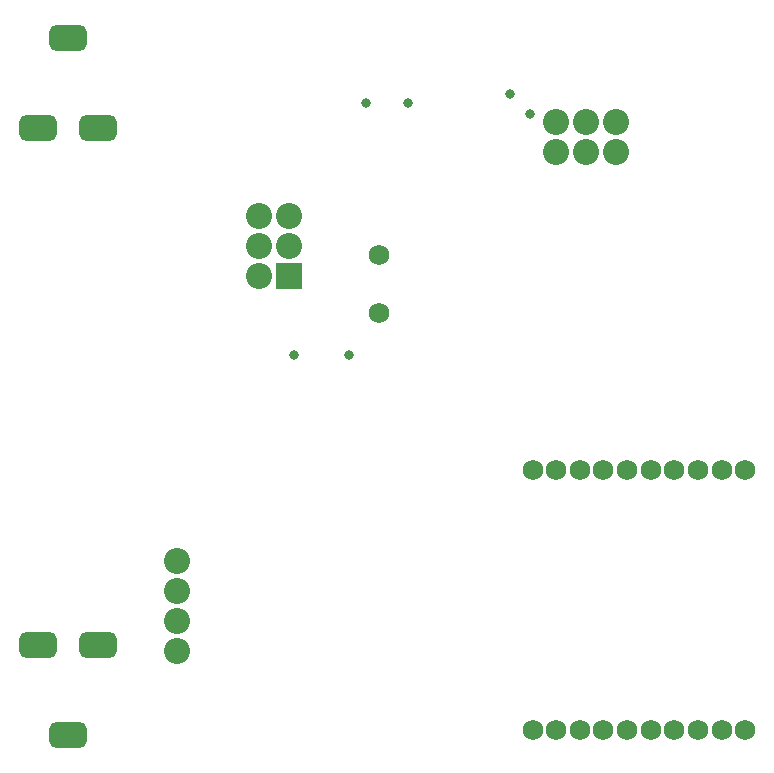
<source format=gbs>
G04*
<<<<<<< HEAD
G04 #@! TF.GenerationSoftware,Altium Limited,Altium Designer,19.1.8 (144)*
=======
G04 #@! TF.GenerationSoftware,Altium Limited,Altium Designer,18.1.9 (240)*
>>>>>>> 4cfc54094d38d1d71729780dd251eca48cae381b
G04*
G04 Layer_Color=16711935*
%FSLAX25Y25*%
%MOIN*%
G70*
G01*
G75*
%ADD35C,0.08674*%
%ADD36C,0.06800*%
%ADD37R,0.08674X0.08674*%
G04:AMPARAMS|DCode=38|XSize=86.74mil|YSize=126.11mil|CornerRadius=23.68mil|HoleSize=0mil|Usage=FLASHONLY|Rotation=270.000|XOffset=0mil|YOffset=0mil|HoleType=Round|Shape=RoundedRectangle|*
%AMROUNDEDRECTD38*
21,1,0.08674,0.07874,0,0,270.0*
21,1,0.03937,0.12611,0,0,270.0*
1,1,0.04737,-0.03937,-0.01968*
1,1,0.04737,-0.03937,0.01968*
1,1,0.04737,0.03937,0.01968*
1,1,0.04737,0.03937,-0.01968*
%
%ADD38ROUNDEDRECTD38*%
%ADD39C,0.03162*%
D35*
X255512Y259291D02*
D03*
Y269291D02*
D03*
Y249291D02*
D03*
Y239291D02*
D03*
X392000Y405500D02*
D03*
X402000D02*
D03*
X382000D02*
D03*
Y415500D02*
D03*
X392000D02*
D03*
X402000D02*
D03*
X282874Y374410D02*
D03*
X292874D02*
D03*
X282874Y364409D02*
D03*
X292874Y384409D02*
D03*
X282874D02*
D03*
D36*
X437008Y213006D02*
D03*
X429134D02*
D03*
X444882D02*
D03*
X413386D02*
D03*
X421260D02*
D03*
X437008Y299606D02*
D03*
X429134D02*
D03*
X444882D02*
D03*
X413386D02*
D03*
X421260D02*
D03*
X397638Y213006D02*
D03*
X389764D02*
D03*
X405512D02*
D03*
X374016D02*
D03*
X381890D02*
D03*
X397638Y299606D02*
D03*
X389764D02*
D03*
X405512D02*
D03*
X374016D02*
D03*
X381890D02*
D03*
X323000Y352000D02*
D03*
Y371213D02*
D03*
D37*
X292874Y364409D02*
D03*
D38*
X219252Y443622D02*
D03*
X209252Y413622D02*
D03*
X229252D02*
D03*
Y241339D02*
D03*
X209252D02*
D03*
X219252Y211339D02*
D03*
D39*
X332480Y422047D02*
D03*
X318504Y421850D02*
D03*
X373228Y418110D02*
D03*
X366339Y425000D02*
D03*
X312992Y337992D02*
D03*
X294488D02*
D03*
M02*

</source>
